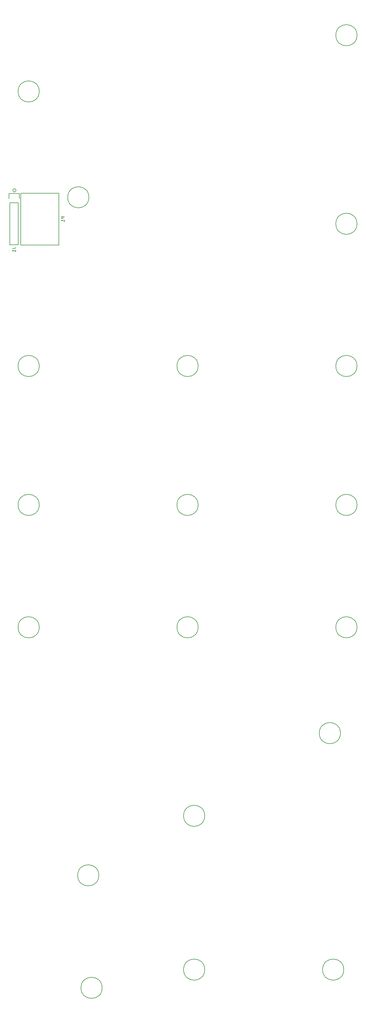
<source format=gbo>
G04 #@! TF.FileFunction,Legend,Bot*
%FSLAX46Y46*%
G04 Gerber Fmt 4.6, Leading zero omitted, Abs format (unit mm)*
G04 Created by KiCad (PCBNEW 4.0.2-stable) date 20/06/2016 17:59:36*
%MOMM*%
G01*
G04 APERTURE LIST*
%ADD10C,0.100000*%
%ADD11C,0.200000*%
%ADD12C,0.150000*%
%ADD13C,4.400000*%
%ADD14C,2.200000*%
%ADD15C,2.400000*%
%ADD16R,2.432000X2.127200*%
%ADD17O,2.432000X2.127200*%
%ADD18C,3.400000*%
%ADD19C,1.600000*%
%ADD20C,3.600000*%
%ADD21C,2.900000*%
G04 APERTURE END LIST*
D10*
D11*
X107200000Y-100900000D02*
G75*
G03X107200000Y-100900000I-500000J0D01*
G01*
D12*
X107870000Y-104650000D02*
X107870000Y-117350000D01*
X107870000Y-117350000D02*
X105330000Y-117350000D01*
X105330000Y-117350000D02*
X105330000Y-104650000D01*
X108150000Y-101830000D02*
X108150000Y-103380000D01*
X107870000Y-104650000D02*
X105330000Y-104650000D01*
X105050000Y-103380000D02*
X105050000Y-101830000D01*
X105050000Y-101830000D02*
X108150000Y-101830000D01*
X120100000Y-117400000D02*
X108600000Y-117400000D01*
X108600000Y-117400000D02*
X108600000Y-101800000D01*
X120100000Y-101800000D02*
X108600000Y-101800000D01*
X120100000Y-117400000D02*
X120100000Y-101800000D01*
X164200000Y-290000000D02*
G75*
G03X164200000Y-290000000I-3200000J0D01*
G01*
X205200000Y-265000000D02*
G75*
G03X205200000Y-265000000I-3200000J0D01*
G01*
X162200000Y-233000000D02*
G75*
G03X162200000Y-233000000I-3200000J0D01*
G01*
X162200000Y-196000000D02*
G75*
G03X162200000Y-196000000I-3200000J0D01*
G01*
X129200000Y-103000000D02*
G75*
G03X129200000Y-103000000I-3200000J0D01*
G01*
X114200000Y-196000000D02*
G75*
G03X114200000Y-196000000I-3200000J0D01*
G01*
X210200000Y-196000000D02*
G75*
G03X210200000Y-196000000I-3200000J0D01*
G01*
X210200000Y-154000000D02*
G75*
G03X210200000Y-154000000I-3200000J0D01*
G01*
X114200000Y-154000000D02*
G75*
G03X114200000Y-154000000I-3200000J0D01*
G01*
X162200000Y-154000000D02*
G75*
G03X162200000Y-154000000I-3200000J0D01*
G01*
X114200000Y-71000000D02*
G75*
G03X114200000Y-71000000I-3200000J0D01*
G01*
X210200000Y-54000000D02*
G75*
G03X210200000Y-54000000I-3200000J0D01*
G01*
X210200000Y-111000000D02*
G75*
G03X210200000Y-111000000I-3200000J0D01*
G01*
X132200000Y-308000000D02*
G75*
G03X132200000Y-308000000I-3200000J0D01*
G01*
X210200000Y-233000000D02*
G75*
G03X210200000Y-233000000I-3200000J0D01*
G01*
X114200000Y-233000000D02*
G75*
G03X114200000Y-233000000I-3200000J0D01*
G01*
X133200000Y-342000000D02*
G75*
G03X133200000Y-342000000I-3200000J0D01*
G01*
X206200000Y-336500000D02*
G75*
G03X206200000Y-336500000I-3200000J0D01*
G01*
X164200000Y-336500000D02*
G75*
G03X164200000Y-336500000I-3200000J0D01*
G01*
X106052381Y-118466667D02*
X106766667Y-118466667D01*
X106909524Y-118419047D01*
X107004762Y-118323809D01*
X107052381Y-118180952D01*
X107052381Y-118085714D01*
X107052381Y-119466667D02*
X107052381Y-118895238D01*
X107052381Y-119180952D02*
X106052381Y-119180952D01*
X106195238Y-119085714D01*
X106290476Y-118990476D01*
X106338095Y-118895238D01*
X121852381Y-108861905D02*
X120852381Y-108861905D01*
X120852381Y-109242858D01*
X120900000Y-109338096D01*
X120947619Y-109385715D01*
X121042857Y-109433334D01*
X121185714Y-109433334D01*
X121280952Y-109385715D01*
X121328571Y-109338096D01*
X121376190Y-109242858D01*
X121376190Y-108861905D01*
X121852381Y-110385715D02*
X121852381Y-109814286D01*
X121852381Y-110100000D02*
X120852381Y-110100000D01*
X120995238Y-110004762D01*
X121090476Y-109909524D01*
X121138095Y-109814286D01*
%LPC*%
D13*
X199650000Y-216000000D03*
D14*
X205000000Y-222840000D03*
X207540000Y-222840000D03*
X210080000Y-222840000D03*
X202460000Y-222840000D03*
X199920000Y-222840000D03*
X199920000Y-209160000D03*
X202460000Y-209160000D03*
X210080000Y-209160000D03*
X207540000Y-209160000D03*
X205000000Y-209160000D03*
D13*
X210350000Y-216000000D03*
X199650000Y-135000000D03*
D14*
X205000000Y-141840000D03*
X207540000Y-141840000D03*
X210080000Y-141840000D03*
X202460000Y-141840000D03*
X199920000Y-141840000D03*
X199920000Y-128160000D03*
X202460000Y-128160000D03*
X210080000Y-128160000D03*
X207540000Y-128160000D03*
X205000000Y-128160000D03*
D13*
X210350000Y-135000000D03*
X205000000Y-95350000D03*
D14*
X211840000Y-90000000D03*
X211840000Y-87460000D03*
X211840000Y-84920000D03*
X211840000Y-92540000D03*
X211840000Y-95080000D03*
X198160000Y-95080000D03*
X198160000Y-92540000D03*
X198160000Y-84920000D03*
X198160000Y-87460000D03*
X198160000Y-90000000D03*
D13*
X205000000Y-84650000D03*
X141000000Y-140350000D03*
D14*
X147840000Y-135000000D03*
X147840000Y-132460000D03*
X147840000Y-129920000D03*
X147840000Y-137540000D03*
X147840000Y-140080000D03*
X134160000Y-140080000D03*
X134160000Y-137540000D03*
X134160000Y-129920000D03*
X134160000Y-132460000D03*
X134160000Y-135000000D03*
D13*
X141000000Y-129650000D03*
X141000000Y-95350000D03*
D14*
X147840000Y-90000000D03*
X147840000Y-87460000D03*
X147840000Y-84920000D03*
X147840000Y-92540000D03*
X147840000Y-95080000D03*
X134160000Y-95080000D03*
X134160000Y-92540000D03*
X134160000Y-84920000D03*
X134160000Y-87460000D03*
X134160000Y-90000000D03*
D13*
X141000000Y-84650000D03*
D15*
X164250000Y-183750000D03*
X164250000Y-188250000D03*
X157750000Y-183750000D03*
X157750000Y-188250000D03*
X189250000Y-218750000D03*
X189250000Y-223250000D03*
X182750000Y-218750000D03*
X182750000Y-223250000D03*
X189250000Y-208750000D03*
X189250000Y-213250000D03*
X182750000Y-208750000D03*
X182750000Y-213250000D03*
X178250000Y-132750000D03*
X178250000Y-137250000D03*
X171750000Y-132750000D03*
X171750000Y-137250000D03*
X178250000Y-87750000D03*
X178250000Y-92250000D03*
X171750000Y-87750000D03*
X171750000Y-92250000D03*
X129250000Y-285750000D03*
X129250000Y-290250000D03*
X122750000Y-285750000D03*
X122750000Y-290250000D03*
X114250000Y-285750000D03*
X114250000Y-290250000D03*
X107750000Y-285750000D03*
X107750000Y-290250000D03*
X129250000Y-275750000D03*
X129250000Y-280250000D03*
X122750000Y-275750000D03*
X122750000Y-280250000D03*
X114250000Y-275750000D03*
X114250000Y-280250000D03*
X107750000Y-275750000D03*
X107750000Y-280250000D03*
X129250000Y-265750000D03*
X129250000Y-270250000D03*
X122750000Y-265750000D03*
X122750000Y-270250000D03*
X114250000Y-265750000D03*
X114250000Y-270250000D03*
X107750000Y-265750000D03*
X107750000Y-270250000D03*
X129250000Y-255750000D03*
X129250000Y-260250000D03*
X122750000Y-255750000D03*
X122750000Y-260250000D03*
X114250000Y-255750000D03*
X114250000Y-260250000D03*
X107750000Y-255750000D03*
X107750000Y-260250000D03*
X129250000Y-245750000D03*
X129250000Y-250250000D03*
X122750000Y-245750000D03*
X122750000Y-250250000D03*
X114250000Y-245750000D03*
X114250000Y-250250000D03*
X107750000Y-245750000D03*
X107750000Y-250250000D03*
X174250000Y-218750000D03*
X174250000Y-223250000D03*
X167750000Y-218750000D03*
X167750000Y-223250000D03*
X174250000Y-208750000D03*
X174250000Y-213250000D03*
X167750000Y-208750000D03*
X167750000Y-213250000D03*
X159250000Y-218750000D03*
X159250000Y-223250000D03*
X152750000Y-218750000D03*
X152750000Y-223250000D03*
X159250000Y-208750000D03*
X159250000Y-213250000D03*
X152750000Y-208750000D03*
X152750000Y-213250000D03*
X144250000Y-218750000D03*
X144250000Y-223250000D03*
X137750000Y-218750000D03*
X137750000Y-223250000D03*
X144250000Y-208750000D03*
X144250000Y-213250000D03*
X137750000Y-208750000D03*
X137750000Y-213250000D03*
X129250000Y-218750000D03*
X129250000Y-223250000D03*
X122750000Y-218750000D03*
X122750000Y-223250000D03*
X129250000Y-208750000D03*
X129250000Y-213250000D03*
X122750000Y-208750000D03*
X122750000Y-213250000D03*
X114250000Y-218750000D03*
X114250000Y-223250000D03*
X107750000Y-218750000D03*
X107750000Y-223250000D03*
X114250000Y-208750000D03*
X114250000Y-213250000D03*
X107750000Y-208750000D03*
X107750000Y-213250000D03*
X144250000Y-183750000D03*
X144250000Y-188250000D03*
X137750000Y-183750000D03*
X137750000Y-188250000D03*
X129250000Y-183750000D03*
X129250000Y-188250000D03*
X122750000Y-183750000D03*
X122750000Y-188250000D03*
X114250000Y-183750000D03*
X114250000Y-188250000D03*
X107750000Y-183750000D03*
X107750000Y-188250000D03*
X114250000Y-132750000D03*
X114250000Y-137250000D03*
X107750000Y-132750000D03*
X107750000Y-137250000D03*
X114250000Y-87750000D03*
X114250000Y-92250000D03*
X107750000Y-87750000D03*
X107750000Y-92250000D03*
X167750000Y-62250000D03*
X167750000Y-57750000D03*
X174250000Y-62250000D03*
X174250000Y-57750000D03*
X174250000Y-47750000D03*
X174250000Y-52250000D03*
X167750000Y-47750000D03*
X167750000Y-52250000D03*
X152750000Y-62250000D03*
X152750000Y-57750000D03*
X159250000Y-62250000D03*
X159250000Y-57750000D03*
X159250000Y-47750000D03*
X159250000Y-52250000D03*
X152750000Y-47750000D03*
X152750000Y-52250000D03*
X137750000Y-62250000D03*
X137750000Y-57750000D03*
X144250000Y-62250000D03*
X144250000Y-57750000D03*
X144250000Y-47750000D03*
X144250000Y-52250000D03*
X137750000Y-47750000D03*
X137750000Y-52250000D03*
X122750000Y-62250000D03*
X122750000Y-57750000D03*
X129250000Y-62250000D03*
X129250000Y-57750000D03*
X129250000Y-47750000D03*
X129250000Y-52250000D03*
X122750000Y-47750000D03*
X122750000Y-52250000D03*
X107750000Y-62250000D03*
X107750000Y-57750000D03*
X114250000Y-62250000D03*
X114250000Y-57750000D03*
X114250000Y-47750000D03*
X114250000Y-52250000D03*
X107750000Y-47750000D03*
X107750000Y-52250000D03*
D16*
X106600000Y-103380000D03*
D17*
X106600000Y-105920000D03*
X106600000Y-108460000D03*
X106600000Y-111000000D03*
X106600000Y-113540000D03*
X106600000Y-116080000D03*
D14*
X112650000Y-110850000D03*
X112650000Y-108350000D03*
X115850000Y-108350000D03*
D18*
X113600000Y-103580000D03*
X113600000Y-115620000D03*
D14*
X115850000Y-110850000D03*
D19*
X157160000Y-95700000D03*
X162040000Y-95700000D03*
D20*
X161000000Y-290000000D03*
X202000000Y-265000000D03*
X159000000Y-233000000D03*
X159000000Y-196000000D03*
X126000000Y-103000000D03*
X111000000Y-196000000D03*
X207000000Y-196000000D03*
X207000000Y-154000000D03*
X111000000Y-154000000D03*
X159000000Y-154000000D03*
X111000000Y-71000000D03*
X207000000Y-54000000D03*
X207000000Y-111000000D03*
X129000000Y-308000000D03*
X207000000Y-233000000D03*
X111000000Y-233000000D03*
X130000000Y-342000000D03*
X203000000Y-336500000D03*
X161000000Y-336500000D03*
D21*
X138399800Y-300100600D03*
X141600200Y-300100600D03*
X138399800Y-315899400D03*
X141600200Y-315899400D03*
X140000000Y-312699000D03*
X140000000Y-303301000D03*
X140000000Y-308000000D03*
X152399800Y-300100600D03*
X155600200Y-300100600D03*
X152399800Y-315899400D03*
X155600200Y-315899400D03*
X154000000Y-312699000D03*
X154000000Y-303301000D03*
X154000000Y-308000000D03*
X166399800Y-300100600D03*
X169600200Y-300100600D03*
X166399800Y-315899400D03*
X169600200Y-315899400D03*
X168000000Y-312699000D03*
X168000000Y-303301000D03*
X168000000Y-308000000D03*
X138399800Y-319100600D03*
X141600200Y-319100600D03*
X138399800Y-334899400D03*
X141600200Y-334899400D03*
X140000000Y-331699000D03*
X140000000Y-322301000D03*
X140000000Y-327000000D03*
X152399800Y-319100600D03*
X155600200Y-319100600D03*
X152399800Y-334899400D03*
X155600200Y-334899400D03*
X154000000Y-331699000D03*
X154000000Y-322301000D03*
X154000000Y-327000000D03*
X166399800Y-319100600D03*
X169600200Y-319100600D03*
X166399800Y-334899400D03*
X169600200Y-334899400D03*
X168000000Y-331699000D03*
X168000000Y-322301000D03*
X168000000Y-327000000D03*
X138399800Y-338100600D03*
X141600200Y-338100600D03*
X138399800Y-353899400D03*
X141600200Y-353899400D03*
X140000000Y-350699000D03*
X140000000Y-341301000D03*
X140000000Y-346000000D03*
X152399800Y-338100600D03*
X155600200Y-338100600D03*
X152399800Y-353899400D03*
X155600200Y-353899400D03*
X154000000Y-350699000D03*
X154000000Y-341301000D03*
X154000000Y-346000000D03*
X166399800Y-338100600D03*
X169600200Y-338100600D03*
X166399800Y-353899400D03*
X169600200Y-353899400D03*
X168000000Y-350699000D03*
X168000000Y-341301000D03*
X168000000Y-346000000D03*
X180399800Y-300100600D03*
X183600200Y-300100600D03*
X180399800Y-315899400D03*
X183600200Y-315899400D03*
X182000000Y-312699000D03*
X182000000Y-303301000D03*
X182000000Y-308000000D03*
X194399800Y-300100600D03*
X197600200Y-300100600D03*
X194399800Y-315899400D03*
X197600200Y-315899400D03*
X196000000Y-312699000D03*
X196000000Y-303301000D03*
X196000000Y-308000000D03*
X208399800Y-300100600D03*
X211600200Y-300100600D03*
X208399800Y-315899400D03*
X211600200Y-315899400D03*
X210000000Y-312699000D03*
X210000000Y-303301000D03*
X210000000Y-308000000D03*
X180399800Y-319100600D03*
X183600200Y-319100600D03*
X180399800Y-334899400D03*
X183600200Y-334899400D03*
X182000000Y-331699000D03*
X182000000Y-322301000D03*
X182000000Y-327000000D03*
X194399800Y-319100600D03*
X197600200Y-319100600D03*
X194399800Y-334899400D03*
X197600200Y-334899400D03*
X196000000Y-331699000D03*
X196000000Y-322301000D03*
X196000000Y-327000000D03*
X208399800Y-319100600D03*
X211600200Y-319100600D03*
X208399800Y-334899400D03*
X211600200Y-334899400D03*
X210000000Y-331699000D03*
X210000000Y-322301000D03*
X210000000Y-327000000D03*
X180399800Y-338100600D03*
X183600200Y-338100600D03*
X180399800Y-353899400D03*
X183600200Y-353899400D03*
X182000000Y-350699000D03*
X182000000Y-341301000D03*
X182000000Y-346000000D03*
X194399800Y-338100600D03*
X197600200Y-338100600D03*
X194399800Y-353899400D03*
X197600200Y-353899400D03*
X196000000Y-350699000D03*
X196000000Y-341301000D03*
X196000000Y-346000000D03*
X208399800Y-338100600D03*
X211600200Y-338100600D03*
X208399800Y-353899400D03*
X211600200Y-353899400D03*
X210000000Y-350699000D03*
X210000000Y-341301000D03*
X210000000Y-346000000D03*
D13*
X117700000Y-171000000D03*
D14*
X112000000Y-163500000D03*
X109500000Y-163500000D03*
X114500000Y-163500000D03*
X114500000Y-178000000D03*
X109500000Y-178000000D03*
D13*
X106300000Y-171000000D03*
X117700000Y-308000000D03*
D14*
X112000000Y-300500000D03*
X109500000Y-300500000D03*
X114500000Y-300500000D03*
X114500000Y-315000000D03*
X109500000Y-315000000D03*
D13*
X106300000Y-308000000D03*
X117700000Y-346000000D03*
D14*
X112000000Y-338500000D03*
X109500000Y-338500000D03*
X114500000Y-338500000D03*
X114500000Y-353000000D03*
X109500000Y-353000000D03*
D13*
X106300000Y-346000000D03*
X138300000Y-252000000D03*
D14*
X144000000Y-259500000D03*
X146500000Y-259500000D03*
X141500000Y-259500000D03*
X141500000Y-245000000D03*
X146500000Y-245000000D03*
D13*
X149700000Y-252000000D03*
X144000000Y-278300000D03*
D14*
X136500000Y-284000000D03*
X136500000Y-286500000D03*
X136500000Y-281500000D03*
X151000000Y-281500000D03*
X151000000Y-286500000D03*
D13*
X144000000Y-289700000D03*
X170300000Y-252000000D03*
D14*
X176000000Y-259500000D03*
X178500000Y-259500000D03*
X173500000Y-259500000D03*
X173500000Y-245000000D03*
X178500000Y-245000000D03*
D13*
X181700000Y-252000000D03*
X176000000Y-289700000D03*
D14*
X183500000Y-284000000D03*
X183500000Y-281500000D03*
X183500000Y-286500000D03*
X169000000Y-286500000D03*
X169000000Y-281500000D03*
D13*
X176000000Y-278300000D03*
X213700000Y-252000000D03*
D14*
X208000000Y-244500000D03*
X205500000Y-244500000D03*
X210500000Y-244500000D03*
X210500000Y-259000000D03*
X205500000Y-259000000D03*
D13*
X202300000Y-252000000D03*
X213700000Y-284000000D03*
D14*
X208000000Y-276500000D03*
X205500000Y-276500000D03*
X210500000Y-276500000D03*
X210500000Y-291000000D03*
X205500000Y-291000000D03*
D13*
X202300000Y-284000000D03*
X144000000Y-165300000D03*
D14*
X136500000Y-171000000D03*
X136500000Y-173500000D03*
X136500000Y-168500000D03*
X151000000Y-168500000D03*
X151000000Y-173500000D03*
D13*
X144000000Y-176700000D03*
X176000000Y-165300000D03*
D14*
X168500000Y-171000000D03*
X168500000Y-173500000D03*
X168500000Y-168500000D03*
X183000000Y-168500000D03*
X183000000Y-173500000D03*
D13*
X176000000Y-176700000D03*
X213700000Y-171000000D03*
D14*
X208000000Y-163500000D03*
X205500000Y-163500000D03*
X210500000Y-163500000D03*
X210500000Y-178000000D03*
X205500000Y-178000000D03*
D13*
X202300000Y-171000000D03*
M02*

</source>
